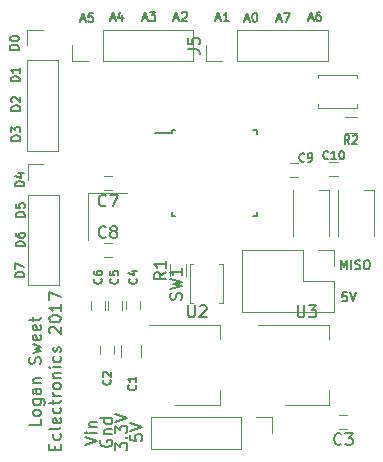
<source format=gbr>
G04 #@! TF.FileFunction,Legend,Top*
%FSLAX46Y46*%
G04 Gerber Fmt 4.6, Leading zero omitted, Abs format (unit mm)*
G04 Created by KiCad (PCBNEW 4.0.7) date 11/26/17 09:03:08*
%MOMM*%
%LPD*%
G01*
G04 APERTURE LIST*
%ADD10C,0.100000*%
%ADD11C,0.127000*%
%ADD12C,0.200000*%
%ADD13C,0.120000*%
%ADD14C,0.150000*%
G04 APERTURE END LIST*
D10*
D11*
X178226358Y-128360714D02*
X177863501Y-128360714D01*
X177827215Y-128723571D01*
X177863501Y-128687286D01*
X177936072Y-128651000D01*
X178117501Y-128651000D01*
X178190072Y-128687286D01*
X178226358Y-128723571D01*
X178262643Y-128796143D01*
X178262643Y-128977571D01*
X178226358Y-129050143D01*
X178190072Y-129086429D01*
X178117501Y-129122714D01*
X177936072Y-129122714D01*
X177863501Y-129086429D01*
X177827215Y-129050143D01*
X178480357Y-128360714D02*
X178734357Y-129122714D01*
X178988357Y-128360714D01*
X177745572Y-126392214D02*
X177745572Y-125630214D01*
X177999572Y-126174500D01*
X178253572Y-125630214D01*
X178253572Y-126392214D01*
X178616429Y-126392214D02*
X178616429Y-125630214D01*
X178943000Y-126355929D02*
X179051857Y-126392214D01*
X179233286Y-126392214D01*
X179305857Y-126355929D01*
X179342143Y-126319643D01*
X179378428Y-126247071D01*
X179378428Y-126174500D01*
X179342143Y-126101929D01*
X179305857Y-126065643D01*
X179233286Y-126029357D01*
X179088143Y-125993071D01*
X179015571Y-125956786D01*
X178979286Y-125920500D01*
X178943000Y-125847929D01*
X178943000Y-125775357D01*
X178979286Y-125702786D01*
X179015571Y-125666500D01*
X179088143Y-125630214D01*
X179269571Y-125630214D01*
X179378428Y-125666500D01*
X179850142Y-125630214D02*
X179995285Y-125630214D01*
X180067857Y-125666500D01*
X180140428Y-125739071D01*
X180176714Y-125884214D01*
X180176714Y-126138214D01*
X180140428Y-126283357D01*
X180067857Y-126355929D01*
X179995285Y-126392214D01*
X179850142Y-126392214D01*
X179777571Y-126355929D01*
X179705000Y-126283357D01*
X179668714Y-126138214D01*
X179668714Y-125884214D01*
X179705000Y-125739071D01*
X179777571Y-125666500D01*
X179850142Y-125630214D01*
X156098119Y-141248190D02*
X157114119Y-140909523D01*
X156098119Y-140570857D01*
X157114119Y-140232190D02*
X156436786Y-140232190D01*
X156098119Y-140232190D02*
X156146500Y-140280571D01*
X156194881Y-140232190D01*
X156146500Y-140183809D01*
X156098119Y-140232190D01*
X156194881Y-140232190D01*
X156436786Y-139748380D02*
X157114119Y-139748380D01*
X156533548Y-139748380D02*
X156485167Y-139699999D01*
X156436786Y-139603237D01*
X156436786Y-139458095D01*
X156485167Y-139361333D01*
X156581929Y-139312952D01*
X157114119Y-139312952D01*
X159908119Y-140401524D02*
X159908119Y-140885333D01*
X160391929Y-140933714D01*
X160343548Y-140885333D01*
X160295167Y-140788571D01*
X160295167Y-140546667D01*
X160343548Y-140449905D01*
X160391929Y-140401524D01*
X160488690Y-140353143D01*
X160730595Y-140353143D01*
X160827357Y-140401524D01*
X160875738Y-140449905D01*
X160924119Y-140546667D01*
X160924119Y-140788571D01*
X160875738Y-140885333D01*
X160827357Y-140933714D01*
X159908119Y-140062857D02*
X160924119Y-139724190D01*
X159908119Y-139385524D01*
X158638119Y-141707809D02*
X158638119Y-141078857D01*
X159025167Y-141417523D01*
X159025167Y-141272381D01*
X159073548Y-141175619D01*
X159121929Y-141127238D01*
X159218690Y-141078857D01*
X159460595Y-141078857D01*
X159557357Y-141127238D01*
X159605738Y-141175619D01*
X159654119Y-141272381D01*
X159654119Y-141562666D01*
X159605738Y-141659428D01*
X159557357Y-141707809D01*
X159557357Y-140643428D02*
X159605738Y-140595047D01*
X159654119Y-140643428D01*
X159605738Y-140691809D01*
X159557357Y-140643428D01*
X159654119Y-140643428D01*
X158638119Y-140256380D02*
X158638119Y-139627428D01*
X159025167Y-139966094D01*
X159025167Y-139820952D01*
X159073548Y-139724190D01*
X159121929Y-139675809D01*
X159218690Y-139627428D01*
X159460595Y-139627428D01*
X159557357Y-139675809D01*
X159605738Y-139724190D01*
X159654119Y-139820952D01*
X159654119Y-140111237D01*
X159605738Y-140207999D01*
X159557357Y-140256380D01*
X158638119Y-139337142D02*
X159654119Y-138998475D01*
X158638119Y-138659809D01*
X157416500Y-140861143D02*
X157368119Y-140957905D01*
X157368119Y-141103048D01*
X157416500Y-141248190D01*
X157513262Y-141344952D01*
X157610024Y-141393333D01*
X157803548Y-141441714D01*
X157948690Y-141441714D01*
X158142214Y-141393333D01*
X158238976Y-141344952D01*
X158335738Y-141248190D01*
X158384119Y-141103048D01*
X158384119Y-141006286D01*
X158335738Y-140861143D01*
X158287357Y-140812762D01*
X157948690Y-140812762D01*
X157948690Y-141006286D01*
X157706786Y-140377333D02*
X158384119Y-140377333D01*
X157803548Y-140377333D02*
X157755167Y-140328952D01*
X157706786Y-140232190D01*
X157706786Y-140087048D01*
X157755167Y-139990286D01*
X157851929Y-139941905D01*
X158384119Y-139941905D01*
X158384119Y-139022667D02*
X157368119Y-139022667D01*
X158335738Y-139022667D02*
X158384119Y-139119429D01*
X158384119Y-139312952D01*
X158335738Y-139409714D01*
X158287357Y-139458095D01*
X158190595Y-139506476D01*
X157900310Y-139506476D01*
X157803548Y-139458095D01*
X157755167Y-139409714D01*
X157706786Y-139312952D01*
X157706786Y-139119429D01*
X157755167Y-139022667D01*
X150585714Y-115497428D02*
X149823714Y-115497428D01*
X149823714Y-115316000D01*
X149860000Y-115207143D01*
X149932571Y-115134571D01*
X150005143Y-115098286D01*
X150150286Y-115062000D01*
X150259143Y-115062000D01*
X150404286Y-115098286D01*
X150476857Y-115134571D01*
X150549429Y-115207143D01*
X150585714Y-115316000D01*
X150585714Y-115497428D01*
X149823714Y-114808000D02*
X149823714Y-114336286D01*
X150114000Y-114590286D01*
X150114000Y-114481428D01*
X150150286Y-114408857D01*
X150186571Y-114372571D01*
X150259143Y-114336286D01*
X150440571Y-114336286D01*
X150513143Y-114372571D01*
X150549429Y-114408857D01*
X150585714Y-114481428D01*
X150585714Y-114699143D01*
X150549429Y-114771714D01*
X150513143Y-114808000D01*
X150903214Y-119370928D02*
X150141214Y-119370928D01*
X150141214Y-119189500D01*
X150177500Y-119080643D01*
X150250071Y-119008071D01*
X150322643Y-118971786D01*
X150467786Y-118935500D01*
X150576643Y-118935500D01*
X150721786Y-118971786D01*
X150794357Y-119008071D01*
X150866929Y-119080643D01*
X150903214Y-119189500D01*
X150903214Y-119370928D01*
X150395214Y-118282357D02*
X150903214Y-118282357D01*
X150104929Y-118463786D02*
X150649214Y-118645214D01*
X150649214Y-118173500D01*
X150966714Y-121974428D02*
X150204714Y-121974428D01*
X150204714Y-121793000D01*
X150241000Y-121684143D01*
X150313571Y-121611571D01*
X150386143Y-121575286D01*
X150531286Y-121539000D01*
X150640143Y-121539000D01*
X150785286Y-121575286D01*
X150857857Y-121611571D01*
X150930429Y-121684143D01*
X150966714Y-121793000D01*
X150966714Y-121974428D01*
X150204714Y-120849571D02*
X150204714Y-121212428D01*
X150567571Y-121248714D01*
X150531286Y-121212428D01*
X150495000Y-121139857D01*
X150495000Y-120958428D01*
X150531286Y-120885857D01*
X150567571Y-120849571D01*
X150640143Y-120813286D01*
X150821571Y-120813286D01*
X150894143Y-120849571D01*
X150930429Y-120885857D01*
X150966714Y-120958428D01*
X150966714Y-121139857D01*
X150930429Y-121212428D01*
X150894143Y-121248714D01*
X150966714Y-124450928D02*
X150204714Y-124450928D01*
X150204714Y-124269500D01*
X150241000Y-124160643D01*
X150313571Y-124088071D01*
X150386143Y-124051786D01*
X150531286Y-124015500D01*
X150640143Y-124015500D01*
X150785286Y-124051786D01*
X150857857Y-124088071D01*
X150930429Y-124160643D01*
X150966714Y-124269500D01*
X150966714Y-124450928D01*
X150204714Y-123362357D02*
X150204714Y-123507500D01*
X150241000Y-123580071D01*
X150277286Y-123616357D01*
X150386143Y-123688928D01*
X150531286Y-123725214D01*
X150821571Y-123725214D01*
X150894143Y-123688928D01*
X150930429Y-123652643D01*
X150966714Y-123580071D01*
X150966714Y-123434928D01*
X150930429Y-123362357D01*
X150894143Y-123326071D01*
X150821571Y-123289786D01*
X150640143Y-123289786D01*
X150567571Y-123326071D01*
X150531286Y-123362357D01*
X150495000Y-123434928D01*
X150495000Y-123580071D01*
X150531286Y-123652643D01*
X150567571Y-123688928D01*
X150640143Y-123725214D01*
X150903214Y-127054428D02*
X150141214Y-127054428D01*
X150141214Y-126873000D01*
X150177500Y-126764143D01*
X150250071Y-126691571D01*
X150322643Y-126655286D01*
X150467786Y-126619000D01*
X150576643Y-126619000D01*
X150721786Y-126655286D01*
X150794357Y-126691571D01*
X150866929Y-126764143D01*
X150903214Y-126873000D01*
X150903214Y-127054428D01*
X150141214Y-126365000D02*
X150141214Y-125857000D01*
X150903214Y-126183571D01*
X150585714Y-112957428D02*
X149823714Y-112957428D01*
X149823714Y-112776000D01*
X149860000Y-112667143D01*
X149932571Y-112594571D01*
X150005143Y-112558286D01*
X150150286Y-112522000D01*
X150259143Y-112522000D01*
X150404286Y-112558286D01*
X150476857Y-112594571D01*
X150549429Y-112667143D01*
X150585714Y-112776000D01*
X150585714Y-112957428D01*
X149896286Y-112231714D02*
X149860000Y-112195428D01*
X149823714Y-112122857D01*
X149823714Y-111941428D01*
X149860000Y-111868857D01*
X149896286Y-111832571D01*
X149968857Y-111796286D01*
X150041429Y-111796286D01*
X150150286Y-111832571D01*
X150585714Y-112268000D01*
X150585714Y-111796286D01*
X150522214Y-110480928D02*
X149760214Y-110480928D01*
X149760214Y-110299500D01*
X149796500Y-110190643D01*
X149869071Y-110118071D01*
X149941643Y-110081786D01*
X150086786Y-110045500D01*
X150195643Y-110045500D01*
X150340786Y-110081786D01*
X150413357Y-110118071D01*
X150485929Y-110190643D01*
X150522214Y-110299500D01*
X150522214Y-110480928D01*
X150522214Y-109319786D02*
X150522214Y-109755214D01*
X150522214Y-109537500D02*
X149760214Y-109537500D01*
X149869071Y-109610071D01*
X149941643Y-109682643D01*
X149977929Y-109755214D01*
X150458714Y-107813928D02*
X149696714Y-107813928D01*
X149696714Y-107632500D01*
X149733000Y-107523643D01*
X149805571Y-107451071D01*
X149878143Y-107414786D01*
X150023286Y-107378500D01*
X150132143Y-107378500D01*
X150277286Y-107414786D01*
X150349857Y-107451071D01*
X150422429Y-107523643D01*
X150458714Y-107632500D01*
X150458714Y-107813928D01*
X149696714Y-106906786D02*
X149696714Y-106834214D01*
X149733000Y-106761643D01*
X149769286Y-106725357D01*
X149841857Y-106689071D01*
X149987000Y-106652786D01*
X150168429Y-106652786D01*
X150313571Y-106689071D01*
X150386143Y-106725357D01*
X150422429Y-106761643D01*
X150458714Y-106834214D01*
X150458714Y-106906786D01*
X150422429Y-106979357D01*
X150386143Y-107015643D01*
X150313571Y-107051928D01*
X150168429Y-107088214D01*
X149987000Y-107088214D01*
X149841857Y-107051928D01*
X149769286Y-107015643D01*
X149733000Y-106979357D01*
X149696714Y-106906786D01*
X174969715Y-105156000D02*
X175332572Y-105156000D01*
X174897143Y-105373714D02*
X175151143Y-104611714D01*
X175405143Y-105373714D01*
X175985715Y-104611714D02*
X175840572Y-104611714D01*
X175768001Y-104648000D01*
X175731715Y-104684286D01*
X175659144Y-104793143D01*
X175622858Y-104938286D01*
X175622858Y-105228571D01*
X175659144Y-105301143D01*
X175695429Y-105337429D01*
X175768001Y-105373714D01*
X175913144Y-105373714D01*
X175985715Y-105337429D01*
X176022001Y-105301143D01*
X176058286Y-105228571D01*
X176058286Y-105047143D01*
X176022001Y-104974571D01*
X175985715Y-104938286D01*
X175913144Y-104902000D01*
X175768001Y-104902000D01*
X175695429Y-104938286D01*
X175659144Y-104974571D01*
X175622858Y-105047143D01*
X172302715Y-105219500D02*
X172665572Y-105219500D01*
X172230143Y-105437214D02*
X172484143Y-104675214D01*
X172738143Y-105437214D01*
X172919572Y-104675214D02*
X173427572Y-104675214D01*
X173101001Y-105437214D01*
X169572215Y-105219500D02*
X169935072Y-105219500D01*
X169499643Y-105437214D02*
X169753643Y-104675214D01*
X170007643Y-105437214D01*
X170406786Y-104675214D02*
X170479358Y-104675214D01*
X170551929Y-104711500D01*
X170588215Y-104747786D01*
X170624501Y-104820357D01*
X170660786Y-104965500D01*
X170660786Y-105146929D01*
X170624501Y-105292071D01*
X170588215Y-105364643D01*
X170551929Y-105400929D01*
X170479358Y-105437214D01*
X170406786Y-105437214D01*
X170334215Y-105400929D01*
X170297929Y-105364643D01*
X170261644Y-105292071D01*
X170225358Y-105146929D01*
X170225358Y-104965500D01*
X170261644Y-104820357D01*
X170297929Y-104747786D01*
X170334215Y-104711500D01*
X170406786Y-104675214D01*
X167159215Y-105156000D02*
X167522072Y-105156000D01*
X167086643Y-105373714D02*
X167340643Y-104611714D01*
X167594643Y-105373714D01*
X168247786Y-105373714D02*
X167812358Y-105373714D01*
X168030072Y-105373714D02*
X168030072Y-104611714D01*
X167957501Y-104720571D01*
X167884929Y-104793143D01*
X167812358Y-104829429D01*
X163603215Y-105156000D02*
X163966072Y-105156000D01*
X163530643Y-105373714D02*
X163784643Y-104611714D01*
X164038643Y-105373714D01*
X164256358Y-104684286D02*
X164292644Y-104648000D01*
X164365215Y-104611714D01*
X164546644Y-104611714D01*
X164619215Y-104648000D01*
X164655501Y-104684286D01*
X164691786Y-104756857D01*
X164691786Y-104829429D01*
X164655501Y-104938286D01*
X164220072Y-105373714D01*
X164691786Y-105373714D01*
X160936215Y-105156000D02*
X161299072Y-105156000D01*
X160863643Y-105373714D02*
X161117643Y-104611714D01*
X161371643Y-105373714D01*
X161553072Y-104611714D02*
X162024786Y-104611714D01*
X161770786Y-104902000D01*
X161879644Y-104902000D01*
X161952215Y-104938286D01*
X161988501Y-104974571D01*
X162024786Y-105047143D01*
X162024786Y-105228571D01*
X161988501Y-105301143D01*
X161952215Y-105337429D01*
X161879644Y-105373714D01*
X161661929Y-105373714D01*
X161589358Y-105337429D01*
X161553072Y-105301143D01*
X158205715Y-105156000D02*
X158568572Y-105156000D01*
X158133143Y-105373714D02*
X158387143Y-104611714D01*
X158641143Y-105373714D01*
X159221715Y-104865714D02*
X159221715Y-105373714D01*
X159040286Y-104575429D02*
X158858858Y-105119714D01*
X159330572Y-105119714D01*
X155665715Y-105219500D02*
X156028572Y-105219500D01*
X155593143Y-105437214D02*
X155847143Y-104675214D01*
X156101143Y-105437214D01*
X156718001Y-104675214D02*
X156355144Y-104675214D01*
X156318858Y-105038071D01*
X156355144Y-105001786D01*
X156427715Y-104965500D01*
X156609144Y-104965500D01*
X156681715Y-105001786D01*
X156718001Y-105038071D01*
X156754286Y-105110643D01*
X156754286Y-105292071D01*
X156718001Y-105364643D01*
X156681715Y-105400929D01*
X156609144Y-105437214D01*
X156427715Y-105437214D01*
X156355144Y-105400929D01*
X156318858Y-105364643D01*
D12*
X152319881Y-139088310D02*
X152319881Y-139564501D01*
X151319881Y-139564501D01*
X152319881Y-138612120D02*
X152272262Y-138707358D01*
X152224643Y-138754977D01*
X152129405Y-138802596D01*
X151843690Y-138802596D01*
X151748452Y-138754977D01*
X151700833Y-138707358D01*
X151653214Y-138612120D01*
X151653214Y-138469262D01*
X151700833Y-138374024D01*
X151748452Y-138326405D01*
X151843690Y-138278786D01*
X152129405Y-138278786D01*
X152224643Y-138326405D01*
X152272262Y-138374024D01*
X152319881Y-138469262D01*
X152319881Y-138612120D01*
X151653214Y-137421643D02*
X152462738Y-137421643D01*
X152557976Y-137469262D01*
X152605595Y-137516881D01*
X152653214Y-137612120D01*
X152653214Y-137754977D01*
X152605595Y-137850215D01*
X152272262Y-137421643D02*
X152319881Y-137516881D01*
X152319881Y-137707358D01*
X152272262Y-137802596D01*
X152224643Y-137850215D01*
X152129405Y-137897834D01*
X151843690Y-137897834D01*
X151748452Y-137850215D01*
X151700833Y-137802596D01*
X151653214Y-137707358D01*
X151653214Y-137516881D01*
X151700833Y-137421643D01*
X152319881Y-136516881D02*
X151796071Y-136516881D01*
X151700833Y-136564500D01*
X151653214Y-136659738D01*
X151653214Y-136850215D01*
X151700833Y-136945453D01*
X152272262Y-136516881D02*
X152319881Y-136612119D01*
X152319881Y-136850215D01*
X152272262Y-136945453D01*
X152177024Y-136993072D01*
X152081786Y-136993072D01*
X151986548Y-136945453D01*
X151938929Y-136850215D01*
X151938929Y-136612119D01*
X151891310Y-136516881D01*
X151653214Y-136040691D02*
X152319881Y-136040691D01*
X151748452Y-136040691D02*
X151700833Y-135993072D01*
X151653214Y-135897834D01*
X151653214Y-135754976D01*
X151700833Y-135659738D01*
X151796071Y-135612119D01*
X152319881Y-135612119D01*
X152272262Y-134421643D02*
X152319881Y-134278786D01*
X152319881Y-134040690D01*
X152272262Y-133945452D01*
X152224643Y-133897833D01*
X152129405Y-133850214D01*
X152034167Y-133850214D01*
X151938929Y-133897833D01*
X151891310Y-133945452D01*
X151843690Y-134040690D01*
X151796071Y-134231167D01*
X151748452Y-134326405D01*
X151700833Y-134374024D01*
X151605595Y-134421643D01*
X151510357Y-134421643D01*
X151415119Y-134374024D01*
X151367500Y-134326405D01*
X151319881Y-134231167D01*
X151319881Y-133993071D01*
X151367500Y-133850214D01*
X151653214Y-133516881D02*
X152319881Y-133326405D01*
X151843690Y-133135928D01*
X152319881Y-132945452D01*
X151653214Y-132754976D01*
X152272262Y-131993071D02*
X152319881Y-132088309D01*
X152319881Y-132278786D01*
X152272262Y-132374024D01*
X152177024Y-132421643D01*
X151796071Y-132421643D01*
X151700833Y-132374024D01*
X151653214Y-132278786D01*
X151653214Y-132088309D01*
X151700833Y-131993071D01*
X151796071Y-131945452D01*
X151891310Y-131945452D01*
X151986548Y-132421643D01*
X152272262Y-131135928D02*
X152319881Y-131231166D01*
X152319881Y-131421643D01*
X152272262Y-131516881D01*
X152177024Y-131564500D01*
X151796071Y-131564500D01*
X151700833Y-131516881D01*
X151653214Y-131421643D01*
X151653214Y-131231166D01*
X151700833Y-131135928D01*
X151796071Y-131088309D01*
X151891310Y-131088309D01*
X151986548Y-131564500D01*
X151653214Y-130802595D02*
X151653214Y-130421643D01*
X151319881Y-130659738D02*
X152177024Y-130659738D01*
X152272262Y-130612119D01*
X152319881Y-130516881D01*
X152319881Y-130421643D01*
X153496071Y-141683549D02*
X153496071Y-141350215D01*
X154019881Y-141207358D02*
X154019881Y-141683549D01*
X153019881Y-141683549D01*
X153019881Y-141207358D01*
X153972262Y-140350215D02*
X154019881Y-140445453D01*
X154019881Y-140635930D01*
X153972262Y-140731168D01*
X153924643Y-140778787D01*
X153829405Y-140826406D01*
X153543690Y-140826406D01*
X153448452Y-140778787D01*
X153400833Y-140731168D01*
X153353214Y-140635930D01*
X153353214Y-140445453D01*
X153400833Y-140350215D01*
X154019881Y-139778787D02*
X153972262Y-139874025D01*
X153877024Y-139921644D01*
X153019881Y-139921644D01*
X153972262Y-139016881D02*
X154019881Y-139112119D01*
X154019881Y-139302596D01*
X153972262Y-139397834D01*
X153877024Y-139445453D01*
X153496071Y-139445453D01*
X153400833Y-139397834D01*
X153353214Y-139302596D01*
X153353214Y-139112119D01*
X153400833Y-139016881D01*
X153496071Y-138969262D01*
X153591310Y-138969262D01*
X153686548Y-139445453D01*
X153972262Y-138112119D02*
X154019881Y-138207357D01*
X154019881Y-138397834D01*
X153972262Y-138493072D01*
X153924643Y-138540691D01*
X153829405Y-138588310D01*
X153543690Y-138588310D01*
X153448452Y-138540691D01*
X153400833Y-138493072D01*
X153353214Y-138397834D01*
X153353214Y-138207357D01*
X153400833Y-138112119D01*
X153353214Y-137826405D02*
X153353214Y-137445453D01*
X153019881Y-137683548D02*
X153877024Y-137683548D01*
X153972262Y-137635929D01*
X154019881Y-137540691D01*
X154019881Y-137445453D01*
X154019881Y-137112119D02*
X153353214Y-137112119D01*
X153543690Y-137112119D02*
X153448452Y-137064500D01*
X153400833Y-137016881D01*
X153353214Y-136921643D01*
X153353214Y-136826404D01*
X154019881Y-136350214D02*
X153972262Y-136445452D01*
X153924643Y-136493071D01*
X153829405Y-136540690D01*
X153543690Y-136540690D01*
X153448452Y-136493071D01*
X153400833Y-136445452D01*
X153353214Y-136350214D01*
X153353214Y-136207356D01*
X153400833Y-136112118D01*
X153448452Y-136064499D01*
X153543690Y-136016880D01*
X153829405Y-136016880D01*
X153924643Y-136064499D01*
X153972262Y-136112118D01*
X154019881Y-136207356D01*
X154019881Y-136350214D01*
X153353214Y-135588309D02*
X154019881Y-135588309D01*
X153448452Y-135588309D02*
X153400833Y-135540690D01*
X153353214Y-135445452D01*
X153353214Y-135302594D01*
X153400833Y-135207356D01*
X153496071Y-135159737D01*
X154019881Y-135159737D01*
X154019881Y-134683547D02*
X153353214Y-134683547D01*
X153019881Y-134683547D02*
X153067500Y-134731166D01*
X153115119Y-134683547D01*
X153067500Y-134635928D01*
X153019881Y-134683547D01*
X153115119Y-134683547D01*
X153972262Y-133778785D02*
X154019881Y-133874023D01*
X154019881Y-134064500D01*
X153972262Y-134159738D01*
X153924643Y-134207357D01*
X153829405Y-134254976D01*
X153543690Y-134254976D01*
X153448452Y-134207357D01*
X153400833Y-134159738D01*
X153353214Y-134064500D01*
X153353214Y-133874023D01*
X153400833Y-133778785D01*
X153972262Y-133397833D02*
X154019881Y-133302595D01*
X154019881Y-133112119D01*
X153972262Y-133016880D01*
X153877024Y-132969261D01*
X153829405Y-132969261D01*
X153734167Y-133016880D01*
X153686548Y-133112119D01*
X153686548Y-133254976D01*
X153638929Y-133350214D01*
X153543690Y-133397833D01*
X153496071Y-133397833D01*
X153400833Y-133350214D01*
X153353214Y-133254976D01*
X153353214Y-133112119D01*
X153400833Y-133016880D01*
X153115119Y-131826404D02*
X153067500Y-131778785D01*
X153019881Y-131683547D01*
X153019881Y-131445451D01*
X153067500Y-131350213D01*
X153115119Y-131302594D01*
X153210357Y-131254975D01*
X153305595Y-131254975D01*
X153448452Y-131302594D01*
X154019881Y-131874023D01*
X154019881Y-131254975D01*
X153019881Y-130635928D02*
X153019881Y-130540689D01*
X153067500Y-130445451D01*
X153115119Y-130397832D01*
X153210357Y-130350213D01*
X153400833Y-130302594D01*
X153638929Y-130302594D01*
X153829405Y-130350213D01*
X153924643Y-130397832D01*
X153972262Y-130445451D01*
X154019881Y-130540689D01*
X154019881Y-130635928D01*
X153972262Y-130731166D01*
X153924643Y-130778785D01*
X153829405Y-130826404D01*
X153638929Y-130874023D01*
X153400833Y-130874023D01*
X153210357Y-130826404D01*
X153115119Y-130778785D01*
X153067500Y-130731166D01*
X153019881Y-130635928D01*
X154019881Y-129350213D02*
X154019881Y-129921642D01*
X154019881Y-129635928D02*
X153019881Y-129635928D01*
X153162738Y-129731166D01*
X153257976Y-129826404D01*
X153305595Y-129921642D01*
X153019881Y-129016880D02*
X153019881Y-128350213D01*
X154019881Y-128778785D01*
D13*
X159106500Y-132850000D02*
X159106500Y-133850000D01*
X160806500Y-133850000D02*
X160806500Y-132850000D01*
X158524500Y-132873000D02*
X158524500Y-133573000D01*
X157324500Y-133573000D02*
X157324500Y-132873000D01*
X177577000Y-138719000D02*
X178277000Y-138719000D01*
X178277000Y-139919000D02*
X177577000Y-139919000D01*
X159547000Y-129763000D02*
X159547000Y-129063000D01*
X160747000Y-129063000D02*
X160747000Y-129763000D01*
X158023000Y-129826500D02*
X158023000Y-129126500D01*
X159223000Y-129126500D02*
X159223000Y-129826500D01*
X156562500Y-129826500D02*
X156562500Y-129126500D01*
X157762500Y-129126500D02*
X157762500Y-129826500D01*
X157638000Y-118526000D02*
X158338000Y-118526000D01*
X158338000Y-119726000D02*
X157638000Y-119726000D01*
X169358000Y-124781000D02*
X169358000Y-129981000D01*
X174498000Y-124781000D02*
X169358000Y-124781000D01*
X177098000Y-129981000D02*
X169358000Y-129981000D01*
X174498000Y-124781000D02*
X174498000Y-127381000D01*
X174498000Y-127381000D02*
X177098000Y-127381000D01*
X177098000Y-127381000D02*
X177098000Y-129981000D01*
X175768000Y-124781000D02*
X177098000Y-124781000D01*
X177098000Y-124781000D02*
X177098000Y-126111000D01*
X161611000Y-138941500D02*
X161611000Y-141601500D01*
X169291000Y-138941500D02*
X161611000Y-138941500D01*
X169291000Y-141601500D02*
X161611000Y-141601500D01*
X169291000Y-138941500D02*
X169291000Y-141601500D01*
X170561000Y-138941500D02*
X171891000Y-138941500D01*
X171891000Y-138941500D02*
X171891000Y-140271500D01*
X151133500Y-116392000D02*
X153793500Y-116392000D01*
X151133500Y-108712000D02*
X151133500Y-116392000D01*
X153793500Y-108712000D02*
X153793500Y-116392000D01*
X151133500Y-108712000D02*
X153793500Y-108712000D01*
X151133500Y-107442000D02*
X151133500Y-106112000D01*
X151133500Y-106112000D02*
X152463500Y-106112000D01*
X151197000Y-127758500D02*
X153857000Y-127758500D01*
X151197000Y-120078500D02*
X151197000Y-127758500D01*
X153857000Y-120078500D02*
X153857000Y-127758500D01*
X151197000Y-120078500D02*
X153857000Y-120078500D01*
X151197000Y-118808500D02*
X151197000Y-117478500D01*
X151197000Y-117478500D02*
X152527000Y-117478500D01*
X176590000Y-108772000D02*
X176590000Y-106112000D01*
X168910000Y-108772000D02*
X176590000Y-108772000D01*
X168910000Y-106112000D02*
X176590000Y-106112000D01*
X168910000Y-108772000D02*
X168910000Y-106112000D01*
X167640000Y-108772000D02*
X166310000Y-108772000D01*
X166310000Y-108772000D02*
X166310000Y-107442000D01*
X165223500Y-108772000D02*
X165223500Y-106112000D01*
X157543500Y-108772000D02*
X165223500Y-108772000D01*
X157543500Y-106112000D02*
X165223500Y-106112000D01*
X157543500Y-108772000D02*
X157543500Y-106112000D01*
X156273500Y-108772000D02*
X154943500Y-108772000D01*
X154943500Y-108772000D02*
X154943500Y-107442000D01*
X167406500Y-129285000D02*
X167706500Y-129285000D01*
X167706500Y-129285000D02*
X167706500Y-125985000D01*
X167706500Y-125985000D02*
X167406500Y-125985000D01*
X165206500Y-129285000D02*
X164906500Y-129285000D01*
X164906500Y-129285000D02*
X164906500Y-125985000D01*
X164906500Y-125985000D02*
X165206500Y-125985000D01*
X179069000Y-110215500D02*
X179069000Y-109915500D01*
X179069000Y-109915500D02*
X175769000Y-109915500D01*
X175769000Y-109915500D02*
X175769000Y-110215500D01*
X179069000Y-112415500D02*
X179069000Y-112715500D01*
X179069000Y-112715500D02*
X175769000Y-112715500D01*
X175769000Y-112715500D02*
X175769000Y-112415500D01*
D14*
X163380000Y-114612000D02*
X163380000Y-114837000D01*
X170630000Y-114612000D02*
X170630000Y-114937000D01*
X170630000Y-121862000D02*
X170630000Y-121537000D01*
X163380000Y-121862000D02*
X163380000Y-121537000D01*
X163380000Y-114612000D02*
X163705000Y-114612000D01*
X163380000Y-121862000D02*
X163705000Y-121862000D01*
X170630000Y-121862000D02*
X170305000Y-121862000D01*
X170630000Y-114612000D02*
X170305000Y-114612000D01*
X163380000Y-114837000D02*
X161955000Y-114837000D01*
D13*
X167454500Y-137903000D02*
X167454500Y-136643000D01*
X167454500Y-131083000D02*
X167454500Y-132343000D01*
X163694500Y-137903000D02*
X167454500Y-137903000D01*
X161444500Y-131083000D02*
X167454500Y-131083000D01*
X176725500Y-137903000D02*
X176725500Y-136643000D01*
X176725500Y-131083000D02*
X176725500Y-132343000D01*
X172965500Y-137903000D02*
X176725500Y-137903000D01*
X170715500Y-131083000D02*
X176725500Y-131083000D01*
X175896500Y-119652500D02*
X176696500Y-119652500D01*
X176696500Y-119652500D02*
X176696500Y-123552500D01*
X173696500Y-119652500D02*
X173696500Y-123552500D01*
X179706500Y-119652500D02*
X180506500Y-119652500D01*
X180506500Y-119652500D02*
X180506500Y-123552500D01*
X177506500Y-119652500D02*
X177506500Y-123552500D01*
X159638000Y-119920000D02*
X156338000Y-119920000D01*
X156338000Y-119920000D02*
X156338000Y-123920000D01*
X164573500Y-125992000D02*
X164573500Y-126992000D01*
X163213500Y-126992000D02*
X163213500Y-125992000D01*
X158338000Y-125377500D02*
X157638000Y-125377500D01*
X157638000Y-124177500D02*
X158338000Y-124177500D01*
X174086000Y-118583000D02*
X173386000Y-118583000D01*
X173386000Y-117383000D02*
X174086000Y-117383000D01*
X178062000Y-113493000D02*
X179062000Y-113493000D01*
X179062000Y-114853000D02*
X178062000Y-114853000D01*
X177451500Y-118519500D02*
X176751500Y-118519500D01*
X176751500Y-117319500D02*
X177451500Y-117319500D01*
D14*
X160333500Y-136197166D02*
X160366833Y-136230500D01*
X160400167Y-136330500D01*
X160400167Y-136397166D01*
X160366833Y-136497166D01*
X160300167Y-136563833D01*
X160233500Y-136597166D01*
X160100167Y-136630500D01*
X160000167Y-136630500D01*
X159866833Y-136597166D01*
X159800167Y-136563833D01*
X159733500Y-136497166D01*
X159700167Y-136397166D01*
X159700167Y-136330500D01*
X159733500Y-136230500D01*
X159766833Y-136197166D01*
X160400167Y-135530500D02*
X160400167Y-135930500D01*
X160400167Y-135730500D02*
X159700167Y-135730500D01*
X159800167Y-135797166D01*
X159866833Y-135863833D01*
X159900167Y-135930500D01*
X158174500Y-135752666D02*
X158207833Y-135786000D01*
X158241167Y-135886000D01*
X158241167Y-135952666D01*
X158207833Y-136052666D01*
X158141167Y-136119333D01*
X158074500Y-136152666D01*
X157941167Y-136186000D01*
X157841167Y-136186000D01*
X157707833Y-136152666D01*
X157641167Y-136119333D01*
X157574500Y-136052666D01*
X157541167Y-135952666D01*
X157541167Y-135886000D01*
X157574500Y-135786000D01*
X157607833Y-135752666D01*
X157607833Y-135486000D02*
X157574500Y-135452666D01*
X157541167Y-135386000D01*
X157541167Y-135219333D01*
X157574500Y-135152666D01*
X157607833Y-135119333D01*
X157674500Y-135086000D01*
X157741167Y-135086000D01*
X157841167Y-135119333D01*
X158241167Y-135519333D01*
X158241167Y-135086000D01*
X177760334Y-141176143D02*
X177712715Y-141223762D01*
X177569858Y-141271381D01*
X177474620Y-141271381D01*
X177331762Y-141223762D01*
X177236524Y-141128524D01*
X177188905Y-141033286D01*
X177141286Y-140842810D01*
X177141286Y-140699952D01*
X177188905Y-140509476D01*
X177236524Y-140414238D01*
X177331762Y-140319000D01*
X177474620Y-140271381D01*
X177569858Y-140271381D01*
X177712715Y-140319000D01*
X177760334Y-140366619D01*
X178093667Y-140271381D02*
X178712715Y-140271381D01*
X178379381Y-140652333D01*
X178522239Y-140652333D01*
X178617477Y-140699952D01*
X178665096Y-140747571D01*
X178712715Y-140842810D01*
X178712715Y-141080905D01*
X178665096Y-141176143D01*
X178617477Y-141223762D01*
X178522239Y-141271381D01*
X178236524Y-141271381D01*
X178141286Y-141223762D01*
X178093667Y-141176143D01*
X160397000Y-127180166D02*
X160430333Y-127213500D01*
X160463667Y-127313500D01*
X160463667Y-127380166D01*
X160430333Y-127480166D01*
X160363667Y-127546833D01*
X160297000Y-127580166D01*
X160163667Y-127613500D01*
X160063667Y-127613500D01*
X159930333Y-127580166D01*
X159863667Y-127546833D01*
X159797000Y-127480166D01*
X159763667Y-127380166D01*
X159763667Y-127313500D01*
X159797000Y-127213500D01*
X159830333Y-127180166D01*
X159997000Y-126580166D02*
X160463667Y-126580166D01*
X159730333Y-126746833D02*
X160230333Y-126913500D01*
X160230333Y-126480166D01*
X158809500Y-127180166D02*
X158842833Y-127213500D01*
X158876167Y-127313500D01*
X158876167Y-127380166D01*
X158842833Y-127480166D01*
X158776167Y-127546833D01*
X158709500Y-127580166D01*
X158576167Y-127613500D01*
X158476167Y-127613500D01*
X158342833Y-127580166D01*
X158276167Y-127546833D01*
X158209500Y-127480166D01*
X158176167Y-127380166D01*
X158176167Y-127313500D01*
X158209500Y-127213500D01*
X158242833Y-127180166D01*
X158176167Y-126546833D02*
X158176167Y-126880166D01*
X158509500Y-126913500D01*
X158476167Y-126880166D01*
X158442833Y-126813500D01*
X158442833Y-126646833D01*
X158476167Y-126580166D01*
X158509500Y-126546833D01*
X158576167Y-126513500D01*
X158742833Y-126513500D01*
X158809500Y-126546833D01*
X158842833Y-126580166D01*
X158876167Y-126646833D01*
X158876167Y-126813500D01*
X158842833Y-126880166D01*
X158809500Y-126913500D01*
X157412500Y-127180166D02*
X157445833Y-127213500D01*
X157479167Y-127313500D01*
X157479167Y-127380166D01*
X157445833Y-127480166D01*
X157379167Y-127546833D01*
X157312500Y-127580166D01*
X157179167Y-127613500D01*
X157079167Y-127613500D01*
X156945833Y-127580166D01*
X156879167Y-127546833D01*
X156812500Y-127480166D01*
X156779167Y-127380166D01*
X156779167Y-127313500D01*
X156812500Y-127213500D01*
X156845833Y-127180166D01*
X156779167Y-126580166D02*
X156779167Y-126713500D01*
X156812500Y-126780166D01*
X156845833Y-126813500D01*
X156945833Y-126880166D01*
X157079167Y-126913500D01*
X157345833Y-126913500D01*
X157412500Y-126880166D01*
X157445833Y-126846833D01*
X157479167Y-126780166D01*
X157479167Y-126646833D01*
X157445833Y-126580166D01*
X157412500Y-126546833D01*
X157345833Y-126513500D01*
X157179167Y-126513500D01*
X157112500Y-126546833D01*
X157079167Y-126580166D01*
X157045833Y-126646833D01*
X157045833Y-126780166D01*
X157079167Y-126846833D01*
X157112500Y-126880166D01*
X157179167Y-126913500D01*
X157821334Y-120983143D02*
X157773715Y-121030762D01*
X157630858Y-121078381D01*
X157535620Y-121078381D01*
X157392762Y-121030762D01*
X157297524Y-120935524D01*
X157249905Y-120840286D01*
X157202286Y-120649810D01*
X157202286Y-120506952D01*
X157249905Y-120316476D01*
X157297524Y-120221238D01*
X157392762Y-120126000D01*
X157535620Y-120078381D01*
X157630858Y-120078381D01*
X157773715Y-120126000D01*
X157821334Y-120173619D01*
X158154667Y-120078381D02*
X158821334Y-120078381D01*
X158392762Y-121078381D01*
X164762381Y-107775333D02*
X165476667Y-107775333D01*
X165619524Y-107822953D01*
X165714762Y-107918191D01*
X165762381Y-108061048D01*
X165762381Y-108156286D01*
X164762381Y-106822952D02*
X164762381Y-107299143D01*
X165238571Y-107346762D01*
X165190952Y-107299143D01*
X165143333Y-107203905D01*
X165143333Y-106965809D01*
X165190952Y-106870571D01*
X165238571Y-106822952D01*
X165333810Y-106775333D01*
X165571905Y-106775333D01*
X165667143Y-106822952D01*
X165714762Y-106870571D01*
X165762381Y-106965809D01*
X165762381Y-107203905D01*
X165714762Y-107299143D01*
X165667143Y-107346762D01*
X164211262Y-128968333D02*
X164258881Y-128825476D01*
X164258881Y-128587380D01*
X164211262Y-128492142D01*
X164163643Y-128444523D01*
X164068405Y-128396904D01*
X163973167Y-128396904D01*
X163877929Y-128444523D01*
X163830310Y-128492142D01*
X163782690Y-128587380D01*
X163735071Y-128777857D01*
X163687452Y-128873095D01*
X163639833Y-128920714D01*
X163544595Y-128968333D01*
X163449357Y-128968333D01*
X163354119Y-128920714D01*
X163306500Y-128873095D01*
X163258881Y-128777857D01*
X163258881Y-128539761D01*
X163306500Y-128396904D01*
X163258881Y-128063571D02*
X164258881Y-127825476D01*
X163544595Y-127634999D01*
X164258881Y-127444523D01*
X163258881Y-127206428D01*
X164258881Y-126301666D02*
X164258881Y-126873095D01*
X164258881Y-126587381D02*
X163258881Y-126587381D01*
X163401738Y-126682619D01*
X163496976Y-126777857D01*
X163544595Y-126873095D01*
X164782595Y-129445381D02*
X164782595Y-130254905D01*
X164830214Y-130350143D01*
X164877833Y-130397762D01*
X164973071Y-130445381D01*
X165163548Y-130445381D01*
X165258786Y-130397762D01*
X165306405Y-130350143D01*
X165354024Y-130254905D01*
X165354024Y-129445381D01*
X165782595Y-129540619D02*
X165830214Y-129493000D01*
X165925452Y-129445381D01*
X166163548Y-129445381D01*
X166258786Y-129493000D01*
X166306405Y-129540619D01*
X166354024Y-129635857D01*
X166354024Y-129731095D01*
X166306405Y-129873952D01*
X165734976Y-130445381D01*
X166354024Y-130445381D01*
X174053595Y-129445381D02*
X174053595Y-130254905D01*
X174101214Y-130350143D01*
X174148833Y-130397762D01*
X174244071Y-130445381D01*
X174434548Y-130445381D01*
X174529786Y-130397762D01*
X174577405Y-130350143D01*
X174625024Y-130254905D01*
X174625024Y-129445381D01*
X175005976Y-129445381D02*
X175625024Y-129445381D01*
X175291690Y-129826333D01*
X175434548Y-129826333D01*
X175529786Y-129873952D01*
X175577405Y-129921571D01*
X175625024Y-130016810D01*
X175625024Y-130254905D01*
X175577405Y-130350143D01*
X175529786Y-130397762D01*
X175434548Y-130445381D01*
X175148833Y-130445381D01*
X175053595Y-130397762D01*
X175005976Y-130350143D01*
X162895881Y-126658666D02*
X162419690Y-126992000D01*
X162895881Y-127230095D02*
X161895881Y-127230095D01*
X161895881Y-126849142D01*
X161943500Y-126753904D01*
X161991119Y-126706285D01*
X162086357Y-126658666D01*
X162229214Y-126658666D01*
X162324452Y-126706285D01*
X162372071Y-126753904D01*
X162419690Y-126849142D01*
X162419690Y-127230095D01*
X162895881Y-125706285D02*
X162895881Y-126277714D01*
X162895881Y-125992000D02*
X161895881Y-125992000D01*
X162038738Y-126087238D01*
X162133976Y-126182476D01*
X162181595Y-126277714D01*
X157821334Y-123634643D02*
X157773715Y-123682262D01*
X157630858Y-123729881D01*
X157535620Y-123729881D01*
X157392762Y-123682262D01*
X157297524Y-123587024D01*
X157249905Y-123491786D01*
X157202286Y-123301310D01*
X157202286Y-123158452D01*
X157249905Y-122967976D01*
X157297524Y-122872738D01*
X157392762Y-122777500D01*
X157535620Y-122729881D01*
X157630858Y-122729881D01*
X157773715Y-122777500D01*
X157821334Y-122825119D01*
X158392762Y-123158452D02*
X158297524Y-123110833D01*
X158249905Y-123063214D01*
X158202286Y-122967976D01*
X158202286Y-122920357D01*
X158249905Y-122825119D01*
X158297524Y-122777500D01*
X158392762Y-122729881D01*
X158583239Y-122729881D01*
X158678477Y-122777500D01*
X158726096Y-122825119D01*
X158773715Y-122920357D01*
X158773715Y-122967976D01*
X158726096Y-123063214D01*
X158678477Y-123110833D01*
X158583239Y-123158452D01*
X158392762Y-123158452D01*
X158297524Y-123206071D01*
X158249905Y-123253690D01*
X158202286Y-123348929D01*
X158202286Y-123539405D01*
X158249905Y-123634643D01*
X158297524Y-123682262D01*
X158392762Y-123729881D01*
X158583239Y-123729881D01*
X158678477Y-123682262D01*
X158726096Y-123634643D01*
X158773715Y-123539405D01*
X158773715Y-123348929D01*
X158726096Y-123253690D01*
X158678477Y-123206071D01*
X158583239Y-123158452D01*
X174635334Y-117217000D02*
X174602000Y-117250333D01*
X174502000Y-117283667D01*
X174435334Y-117283667D01*
X174335334Y-117250333D01*
X174268667Y-117183667D01*
X174235334Y-117117000D01*
X174202000Y-116983667D01*
X174202000Y-116883667D01*
X174235334Y-116750333D01*
X174268667Y-116683667D01*
X174335334Y-116617000D01*
X174435334Y-116583667D01*
X174502000Y-116583667D01*
X174602000Y-116617000D01*
X174635334Y-116650333D01*
X174968667Y-117283667D02*
X175102000Y-117283667D01*
X175168667Y-117250333D01*
X175202000Y-117217000D01*
X175268667Y-117117000D01*
X175302000Y-116983667D01*
X175302000Y-116717000D01*
X175268667Y-116650333D01*
X175235334Y-116617000D01*
X175168667Y-116583667D01*
X175035334Y-116583667D01*
X174968667Y-116617000D01*
X174935334Y-116650333D01*
X174902000Y-116717000D01*
X174902000Y-116883667D01*
X174935334Y-116950333D01*
X174968667Y-116983667D01*
X175035334Y-117017000D01*
X175168667Y-117017000D01*
X175235334Y-116983667D01*
X175268667Y-116950333D01*
X175302000Y-116883667D01*
X178445334Y-115759667D02*
X178212000Y-115426333D01*
X178045334Y-115759667D02*
X178045334Y-115059667D01*
X178312000Y-115059667D01*
X178378667Y-115093000D01*
X178412000Y-115126333D01*
X178445334Y-115193000D01*
X178445334Y-115293000D01*
X178412000Y-115359667D01*
X178378667Y-115393000D01*
X178312000Y-115426333D01*
X178045334Y-115426333D01*
X178712000Y-115126333D02*
X178745334Y-115093000D01*
X178812000Y-115059667D01*
X178978667Y-115059667D01*
X179045334Y-115093000D01*
X179078667Y-115126333D01*
X179112000Y-115193000D01*
X179112000Y-115259667D01*
X179078667Y-115359667D01*
X178678667Y-115759667D01*
X179112000Y-115759667D01*
X176651500Y-117026500D02*
X176618166Y-117059833D01*
X176518166Y-117093167D01*
X176451500Y-117093167D01*
X176351500Y-117059833D01*
X176284833Y-116993167D01*
X176251500Y-116926500D01*
X176218166Y-116793167D01*
X176218166Y-116693167D01*
X176251500Y-116559833D01*
X176284833Y-116493167D01*
X176351500Y-116426500D01*
X176451500Y-116393167D01*
X176518166Y-116393167D01*
X176618166Y-116426500D01*
X176651500Y-116459833D01*
X177318166Y-117093167D02*
X176918166Y-117093167D01*
X177118166Y-117093167D02*
X177118166Y-116393167D01*
X177051500Y-116493167D01*
X176984833Y-116559833D01*
X176918166Y-116593167D01*
X177751500Y-116393167D02*
X177818167Y-116393167D01*
X177884833Y-116426500D01*
X177918167Y-116459833D01*
X177951500Y-116526500D01*
X177984833Y-116659833D01*
X177984833Y-116826500D01*
X177951500Y-116959833D01*
X177918167Y-117026500D01*
X177884833Y-117059833D01*
X177818167Y-117093167D01*
X177751500Y-117093167D01*
X177684833Y-117059833D01*
X177651500Y-117026500D01*
X177618167Y-116959833D01*
X177584833Y-116826500D01*
X177584833Y-116659833D01*
X177618167Y-116526500D01*
X177651500Y-116459833D01*
X177684833Y-116426500D01*
X177751500Y-116393167D01*
M02*

</source>
